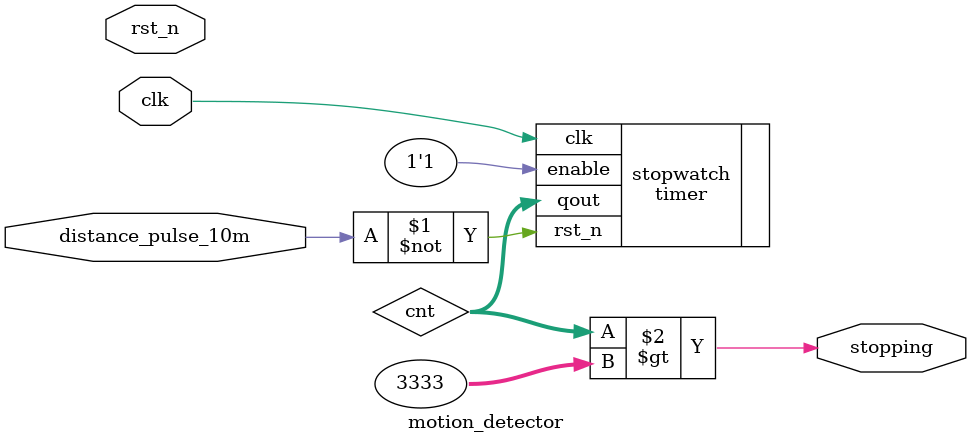
<source format=v>
module motion_detector # (
  parameter DW = 32
) (
  input distance_pulse_10m,
  output stopping,
  input clk,
  input rst_n
);

// avg speed < 3.3 m/s
localparam STOP_THRESHOLD = 32'd3333;

wire [DW-1:0] cnt;

timer stopwatch (
  .enable(1'b1),
  .qout(cnt),
  .clk(clk),
  .rst_n(~distance_pulse_10m)
);

assign stopping = cnt > STOP_THRESHOLD;

endmodule
</source>
